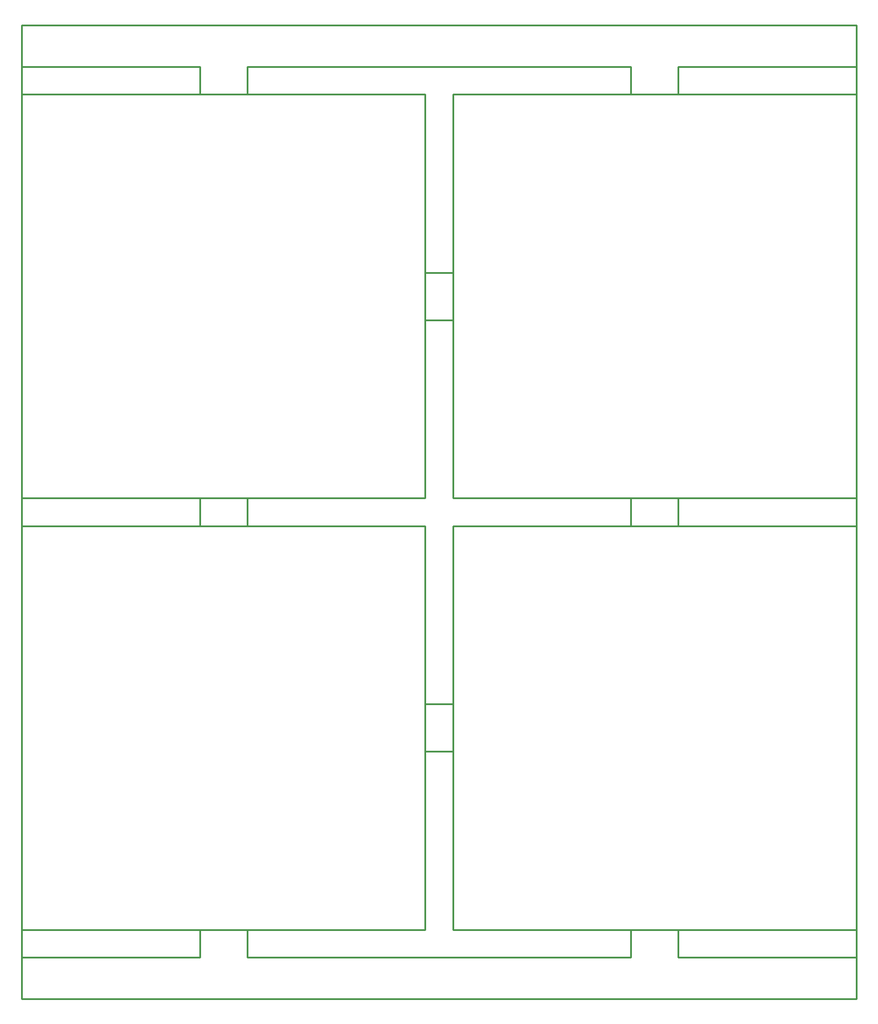
<source format=gko>
G04 Layer: BoardOutlineLayer*
G04 EasyEDA v6.5.29, 2023-07-09 12:41:00*
G04 4e8154f8966d48969a3891fccebbae35,5a6b42c53f6a479593ecc07194224c93,10*
G04 Gerber Generator version 0.2*
G04 Scale: 100 percent, Rotated: No, Reflected: No *
G04 Dimensions in millimeters *
G04 leading zeros omitted , absolute positions ,4 integer and 5 decimal *
%FSLAX45Y45*%
%MOMM*%

%ADD10C,0.2540*%
D10*
X0Y5842000D02*
G01*
X5842000Y5842000D01*
X5842000Y0D01*
X0Y502D01*
X0Y5842000D01*
X6241999Y5842000D02*
G01*
X12083999Y5842000D01*
X12083999Y0D01*
X6241999Y502D01*
X6241999Y5842000D01*
X0Y-399999D02*
G01*
X5842000Y-399999D01*
X5842000Y-6241999D01*
X0Y-6241496D01*
X0Y-399999D01*
X6241999Y-399999D02*
G01*
X12083999Y-399999D01*
X12083999Y-6241999D01*
X6241999Y-6241496D01*
X6241999Y-399999D01*
X0Y6841997D02*
G01*
X12083999Y6841997D01*
X12083999Y-7241997D01*
X0Y-7241997D01*
X0Y6841997D01*
X2578996Y6241999D02*
G01*
X0Y6241999D01*
X2578996Y-6641998D02*
G01*
X0Y-6641998D01*
X8820995Y6241999D02*
G01*
X3263005Y6241999D01*
X8820995Y-6641998D02*
G01*
X3263005Y-6641998D01*
X12083999Y6241999D02*
G01*
X9505005Y6241999D01*
X12083999Y-6641998D02*
G01*
X9505005Y-6641998D01*
X2578996Y-390832D02*
G01*
X2578996Y-8884D01*
X3263005Y-390832D02*
G01*
X3263005Y-8945D01*
X8820995Y-390832D02*
G01*
X8820995Y-8884D01*
X9505005Y-390832D02*
G01*
X9505005Y-8945D01*
X6232832Y3263003D02*
G01*
X5851166Y3263005D01*
X6232832Y2578994D02*
G01*
X5851166Y2578994D01*
X6232832Y-2978995D02*
G01*
X5851166Y-2978993D01*
X6232832Y-3663005D02*
G01*
X5851166Y-3663005D01*
X2578996Y5851166D02*
G01*
X2578996Y6241999D01*
X2578996Y-6641998D02*
G01*
X2578996Y-6250884D01*
X3263005Y5851166D02*
G01*
X3263005Y6241999D01*
X3263005Y-6641998D02*
G01*
X3263005Y-6250945D01*
X8820995Y5851166D02*
G01*
X8820995Y6241999D01*
X8820995Y-6641998D02*
G01*
X8820995Y-6250884D01*
X9505005Y5851166D02*
G01*
X9505005Y6241999D01*
X9505005Y-6641998D02*
G01*
X9505005Y-6250945D01*

%LPD*%
M02*

</source>
